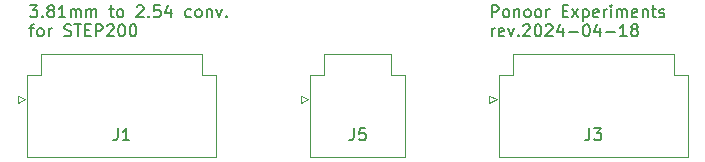
<source format=gbr>
%TF.GenerationSoftware,KiCad,Pcbnew,8.0.1*%
%TF.CreationDate,2024-04-18T14:43:12+09:00*%
%TF.ProjectId,STEP200-XA-motor-connector,53544550-3230-4302-9d58-412d6d6f746f,rev?*%
%TF.SameCoordinates,Original*%
%TF.FileFunction,Legend,Top*%
%TF.FilePolarity,Positive*%
%FSLAX46Y46*%
G04 Gerber Fmt 4.6, Leading zero omitted, Abs format (unit mm)*
G04 Created by KiCad (PCBNEW 8.0.1) date 2024-04-18 14:43:12*
%MOMM*%
%LPD*%
G01*
G04 APERTURE LIST*
%ADD10C,0.150000*%
%ADD11C,0.120000*%
G04 APERTURE END LIST*
D10*
X131336779Y-69039819D02*
X131336779Y-68039819D01*
X131336779Y-68039819D02*
X131717731Y-68039819D01*
X131717731Y-68039819D02*
X131812969Y-68087438D01*
X131812969Y-68087438D02*
X131860588Y-68135057D01*
X131860588Y-68135057D02*
X131908207Y-68230295D01*
X131908207Y-68230295D02*
X131908207Y-68373152D01*
X131908207Y-68373152D02*
X131860588Y-68468390D01*
X131860588Y-68468390D02*
X131812969Y-68516009D01*
X131812969Y-68516009D02*
X131717731Y-68563628D01*
X131717731Y-68563628D02*
X131336779Y-68563628D01*
X132479636Y-69039819D02*
X132384398Y-68992200D01*
X132384398Y-68992200D02*
X132336779Y-68944580D01*
X132336779Y-68944580D02*
X132289160Y-68849342D01*
X132289160Y-68849342D02*
X132289160Y-68563628D01*
X132289160Y-68563628D02*
X132336779Y-68468390D01*
X132336779Y-68468390D02*
X132384398Y-68420771D01*
X132384398Y-68420771D02*
X132479636Y-68373152D01*
X132479636Y-68373152D02*
X132622493Y-68373152D01*
X132622493Y-68373152D02*
X132717731Y-68420771D01*
X132717731Y-68420771D02*
X132765350Y-68468390D01*
X132765350Y-68468390D02*
X132812969Y-68563628D01*
X132812969Y-68563628D02*
X132812969Y-68849342D01*
X132812969Y-68849342D02*
X132765350Y-68944580D01*
X132765350Y-68944580D02*
X132717731Y-68992200D01*
X132717731Y-68992200D02*
X132622493Y-69039819D01*
X132622493Y-69039819D02*
X132479636Y-69039819D01*
X133241541Y-68373152D02*
X133241541Y-69039819D01*
X133241541Y-68468390D02*
X133289160Y-68420771D01*
X133289160Y-68420771D02*
X133384398Y-68373152D01*
X133384398Y-68373152D02*
X133527255Y-68373152D01*
X133527255Y-68373152D02*
X133622493Y-68420771D01*
X133622493Y-68420771D02*
X133670112Y-68516009D01*
X133670112Y-68516009D02*
X133670112Y-69039819D01*
X134289160Y-69039819D02*
X134193922Y-68992200D01*
X134193922Y-68992200D02*
X134146303Y-68944580D01*
X134146303Y-68944580D02*
X134098684Y-68849342D01*
X134098684Y-68849342D02*
X134098684Y-68563628D01*
X134098684Y-68563628D02*
X134146303Y-68468390D01*
X134146303Y-68468390D02*
X134193922Y-68420771D01*
X134193922Y-68420771D02*
X134289160Y-68373152D01*
X134289160Y-68373152D02*
X134432017Y-68373152D01*
X134432017Y-68373152D02*
X134527255Y-68420771D01*
X134527255Y-68420771D02*
X134574874Y-68468390D01*
X134574874Y-68468390D02*
X134622493Y-68563628D01*
X134622493Y-68563628D02*
X134622493Y-68849342D01*
X134622493Y-68849342D02*
X134574874Y-68944580D01*
X134574874Y-68944580D02*
X134527255Y-68992200D01*
X134527255Y-68992200D02*
X134432017Y-69039819D01*
X134432017Y-69039819D02*
X134289160Y-69039819D01*
X135193922Y-69039819D02*
X135098684Y-68992200D01*
X135098684Y-68992200D02*
X135051065Y-68944580D01*
X135051065Y-68944580D02*
X135003446Y-68849342D01*
X135003446Y-68849342D02*
X135003446Y-68563628D01*
X135003446Y-68563628D02*
X135051065Y-68468390D01*
X135051065Y-68468390D02*
X135098684Y-68420771D01*
X135098684Y-68420771D02*
X135193922Y-68373152D01*
X135193922Y-68373152D02*
X135336779Y-68373152D01*
X135336779Y-68373152D02*
X135432017Y-68420771D01*
X135432017Y-68420771D02*
X135479636Y-68468390D01*
X135479636Y-68468390D02*
X135527255Y-68563628D01*
X135527255Y-68563628D02*
X135527255Y-68849342D01*
X135527255Y-68849342D02*
X135479636Y-68944580D01*
X135479636Y-68944580D02*
X135432017Y-68992200D01*
X135432017Y-68992200D02*
X135336779Y-69039819D01*
X135336779Y-69039819D02*
X135193922Y-69039819D01*
X135955827Y-69039819D02*
X135955827Y-68373152D01*
X135955827Y-68563628D02*
X136003446Y-68468390D01*
X136003446Y-68468390D02*
X136051065Y-68420771D01*
X136051065Y-68420771D02*
X136146303Y-68373152D01*
X136146303Y-68373152D02*
X136241541Y-68373152D01*
X137336780Y-68516009D02*
X137670113Y-68516009D01*
X137812970Y-69039819D02*
X137336780Y-69039819D01*
X137336780Y-69039819D02*
X137336780Y-68039819D01*
X137336780Y-68039819D02*
X137812970Y-68039819D01*
X138146304Y-69039819D02*
X138670113Y-68373152D01*
X138146304Y-68373152D02*
X138670113Y-69039819D01*
X139051066Y-68373152D02*
X139051066Y-69373152D01*
X139051066Y-68420771D02*
X139146304Y-68373152D01*
X139146304Y-68373152D02*
X139336780Y-68373152D01*
X139336780Y-68373152D02*
X139432018Y-68420771D01*
X139432018Y-68420771D02*
X139479637Y-68468390D01*
X139479637Y-68468390D02*
X139527256Y-68563628D01*
X139527256Y-68563628D02*
X139527256Y-68849342D01*
X139527256Y-68849342D02*
X139479637Y-68944580D01*
X139479637Y-68944580D02*
X139432018Y-68992200D01*
X139432018Y-68992200D02*
X139336780Y-69039819D01*
X139336780Y-69039819D02*
X139146304Y-69039819D01*
X139146304Y-69039819D02*
X139051066Y-68992200D01*
X140336780Y-68992200D02*
X140241542Y-69039819D01*
X140241542Y-69039819D02*
X140051066Y-69039819D01*
X140051066Y-69039819D02*
X139955828Y-68992200D01*
X139955828Y-68992200D02*
X139908209Y-68896961D01*
X139908209Y-68896961D02*
X139908209Y-68516009D01*
X139908209Y-68516009D02*
X139955828Y-68420771D01*
X139955828Y-68420771D02*
X140051066Y-68373152D01*
X140051066Y-68373152D02*
X140241542Y-68373152D01*
X140241542Y-68373152D02*
X140336780Y-68420771D01*
X140336780Y-68420771D02*
X140384399Y-68516009D01*
X140384399Y-68516009D02*
X140384399Y-68611247D01*
X140384399Y-68611247D02*
X139908209Y-68706485D01*
X140812971Y-69039819D02*
X140812971Y-68373152D01*
X140812971Y-68563628D02*
X140860590Y-68468390D01*
X140860590Y-68468390D02*
X140908209Y-68420771D01*
X140908209Y-68420771D02*
X141003447Y-68373152D01*
X141003447Y-68373152D02*
X141098685Y-68373152D01*
X141432019Y-69039819D02*
X141432019Y-68373152D01*
X141432019Y-68039819D02*
X141384400Y-68087438D01*
X141384400Y-68087438D02*
X141432019Y-68135057D01*
X141432019Y-68135057D02*
X141479638Y-68087438D01*
X141479638Y-68087438D02*
X141432019Y-68039819D01*
X141432019Y-68039819D02*
X141432019Y-68135057D01*
X141908209Y-69039819D02*
X141908209Y-68373152D01*
X141908209Y-68468390D02*
X141955828Y-68420771D01*
X141955828Y-68420771D02*
X142051066Y-68373152D01*
X142051066Y-68373152D02*
X142193923Y-68373152D01*
X142193923Y-68373152D02*
X142289161Y-68420771D01*
X142289161Y-68420771D02*
X142336780Y-68516009D01*
X142336780Y-68516009D02*
X142336780Y-69039819D01*
X142336780Y-68516009D02*
X142384399Y-68420771D01*
X142384399Y-68420771D02*
X142479637Y-68373152D01*
X142479637Y-68373152D02*
X142622494Y-68373152D01*
X142622494Y-68373152D02*
X142717733Y-68420771D01*
X142717733Y-68420771D02*
X142765352Y-68516009D01*
X142765352Y-68516009D02*
X142765352Y-69039819D01*
X143622494Y-68992200D02*
X143527256Y-69039819D01*
X143527256Y-69039819D02*
X143336780Y-69039819D01*
X143336780Y-69039819D02*
X143241542Y-68992200D01*
X143241542Y-68992200D02*
X143193923Y-68896961D01*
X143193923Y-68896961D02*
X143193923Y-68516009D01*
X143193923Y-68516009D02*
X143241542Y-68420771D01*
X143241542Y-68420771D02*
X143336780Y-68373152D01*
X143336780Y-68373152D02*
X143527256Y-68373152D01*
X143527256Y-68373152D02*
X143622494Y-68420771D01*
X143622494Y-68420771D02*
X143670113Y-68516009D01*
X143670113Y-68516009D02*
X143670113Y-68611247D01*
X143670113Y-68611247D02*
X143193923Y-68706485D01*
X144098685Y-68373152D02*
X144098685Y-69039819D01*
X144098685Y-68468390D02*
X144146304Y-68420771D01*
X144146304Y-68420771D02*
X144241542Y-68373152D01*
X144241542Y-68373152D02*
X144384399Y-68373152D01*
X144384399Y-68373152D02*
X144479637Y-68420771D01*
X144479637Y-68420771D02*
X144527256Y-68516009D01*
X144527256Y-68516009D02*
X144527256Y-69039819D01*
X144860590Y-68373152D02*
X145241542Y-68373152D01*
X145003447Y-68039819D02*
X145003447Y-68896961D01*
X145003447Y-68896961D02*
X145051066Y-68992200D01*
X145051066Y-68992200D02*
X145146304Y-69039819D01*
X145146304Y-69039819D02*
X145241542Y-69039819D01*
X145527257Y-68992200D02*
X145622495Y-69039819D01*
X145622495Y-69039819D02*
X145812971Y-69039819D01*
X145812971Y-69039819D02*
X145908209Y-68992200D01*
X145908209Y-68992200D02*
X145955828Y-68896961D01*
X145955828Y-68896961D02*
X145955828Y-68849342D01*
X145955828Y-68849342D02*
X145908209Y-68754104D01*
X145908209Y-68754104D02*
X145812971Y-68706485D01*
X145812971Y-68706485D02*
X145670114Y-68706485D01*
X145670114Y-68706485D02*
X145574876Y-68658866D01*
X145574876Y-68658866D02*
X145527257Y-68563628D01*
X145527257Y-68563628D02*
X145527257Y-68516009D01*
X145527257Y-68516009D02*
X145574876Y-68420771D01*
X145574876Y-68420771D02*
X145670114Y-68373152D01*
X145670114Y-68373152D02*
X145812971Y-68373152D01*
X145812971Y-68373152D02*
X145908209Y-68420771D01*
X131336779Y-70649763D02*
X131336779Y-69983096D01*
X131336779Y-70173572D02*
X131384398Y-70078334D01*
X131384398Y-70078334D02*
X131432017Y-70030715D01*
X131432017Y-70030715D02*
X131527255Y-69983096D01*
X131527255Y-69983096D02*
X131622493Y-69983096D01*
X132336779Y-70602144D02*
X132241541Y-70649763D01*
X132241541Y-70649763D02*
X132051065Y-70649763D01*
X132051065Y-70649763D02*
X131955827Y-70602144D01*
X131955827Y-70602144D02*
X131908208Y-70506905D01*
X131908208Y-70506905D02*
X131908208Y-70125953D01*
X131908208Y-70125953D02*
X131955827Y-70030715D01*
X131955827Y-70030715D02*
X132051065Y-69983096D01*
X132051065Y-69983096D02*
X132241541Y-69983096D01*
X132241541Y-69983096D02*
X132336779Y-70030715D01*
X132336779Y-70030715D02*
X132384398Y-70125953D01*
X132384398Y-70125953D02*
X132384398Y-70221191D01*
X132384398Y-70221191D02*
X131908208Y-70316429D01*
X132717732Y-69983096D02*
X132955827Y-70649763D01*
X132955827Y-70649763D02*
X133193922Y-69983096D01*
X133574875Y-70554524D02*
X133622494Y-70602144D01*
X133622494Y-70602144D02*
X133574875Y-70649763D01*
X133574875Y-70649763D02*
X133527256Y-70602144D01*
X133527256Y-70602144D02*
X133574875Y-70554524D01*
X133574875Y-70554524D02*
X133574875Y-70649763D01*
X134003446Y-69745001D02*
X134051065Y-69697382D01*
X134051065Y-69697382D02*
X134146303Y-69649763D01*
X134146303Y-69649763D02*
X134384398Y-69649763D01*
X134384398Y-69649763D02*
X134479636Y-69697382D01*
X134479636Y-69697382D02*
X134527255Y-69745001D01*
X134527255Y-69745001D02*
X134574874Y-69840239D01*
X134574874Y-69840239D02*
X134574874Y-69935477D01*
X134574874Y-69935477D02*
X134527255Y-70078334D01*
X134527255Y-70078334D02*
X133955827Y-70649763D01*
X133955827Y-70649763D02*
X134574874Y-70649763D01*
X135193922Y-69649763D02*
X135289160Y-69649763D01*
X135289160Y-69649763D02*
X135384398Y-69697382D01*
X135384398Y-69697382D02*
X135432017Y-69745001D01*
X135432017Y-69745001D02*
X135479636Y-69840239D01*
X135479636Y-69840239D02*
X135527255Y-70030715D01*
X135527255Y-70030715D02*
X135527255Y-70268810D01*
X135527255Y-70268810D02*
X135479636Y-70459286D01*
X135479636Y-70459286D02*
X135432017Y-70554524D01*
X135432017Y-70554524D02*
X135384398Y-70602144D01*
X135384398Y-70602144D02*
X135289160Y-70649763D01*
X135289160Y-70649763D02*
X135193922Y-70649763D01*
X135193922Y-70649763D02*
X135098684Y-70602144D01*
X135098684Y-70602144D02*
X135051065Y-70554524D01*
X135051065Y-70554524D02*
X135003446Y-70459286D01*
X135003446Y-70459286D02*
X134955827Y-70268810D01*
X134955827Y-70268810D02*
X134955827Y-70030715D01*
X134955827Y-70030715D02*
X135003446Y-69840239D01*
X135003446Y-69840239D02*
X135051065Y-69745001D01*
X135051065Y-69745001D02*
X135098684Y-69697382D01*
X135098684Y-69697382D02*
X135193922Y-69649763D01*
X135908208Y-69745001D02*
X135955827Y-69697382D01*
X135955827Y-69697382D02*
X136051065Y-69649763D01*
X136051065Y-69649763D02*
X136289160Y-69649763D01*
X136289160Y-69649763D02*
X136384398Y-69697382D01*
X136384398Y-69697382D02*
X136432017Y-69745001D01*
X136432017Y-69745001D02*
X136479636Y-69840239D01*
X136479636Y-69840239D02*
X136479636Y-69935477D01*
X136479636Y-69935477D02*
X136432017Y-70078334D01*
X136432017Y-70078334D02*
X135860589Y-70649763D01*
X135860589Y-70649763D02*
X136479636Y-70649763D01*
X137336779Y-69983096D02*
X137336779Y-70649763D01*
X137098684Y-69602144D02*
X136860589Y-70316429D01*
X136860589Y-70316429D02*
X137479636Y-70316429D01*
X137860589Y-70268810D02*
X138622494Y-70268810D01*
X139289160Y-69649763D02*
X139384398Y-69649763D01*
X139384398Y-69649763D02*
X139479636Y-69697382D01*
X139479636Y-69697382D02*
X139527255Y-69745001D01*
X139527255Y-69745001D02*
X139574874Y-69840239D01*
X139574874Y-69840239D02*
X139622493Y-70030715D01*
X139622493Y-70030715D02*
X139622493Y-70268810D01*
X139622493Y-70268810D02*
X139574874Y-70459286D01*
X139574874Y-70459286D02*
X139527255Y-70554524D01*
X139527255Y-70554524D02*
X139479636Y-70602144D01*
X139479636Y-70602144D02*
X139384398Y-70649763D01*
X139384398Y-70649763D02*
X139289160Y-70649763D01*
X139289160Y-70649763D02*
X139193922Y-70602144D01*
X139193922Y-70602144D02*
X139146303Y-70554524D01*
X139146303Y-70554524D02*
X139098684Y-70459286D01*
X139098684Y-70459286D02*
X139051065Y-70268810D01*
X139051065Y-70268810D02*
X139051065Y-70030715D01*
X139051065Y-70030715D02*
X139098684Y-69840239D01*
X139098684Y-69840239D02*
X139146303Y-69745001D01*
X139146303Y-69745001D02*
X139193922Y-69697382D01*
X139193922Y-69697382D02*
X139289160Y-69649763D01*
X140479636Y-69983096D02*
X140479636Y-70649763D01*
X140241541Y-69602144D02*
X140003446Y-70316429D01*
X140003446Y-70316429D02*
X140622493Y-70316429D01*
X141003446Y-70268810D02*
X141765351Y-70268810D01*
X142765350Y-70649763D02*
X142193922Y-70649763D01*
X142479636Y-70649763D02*
X142479636Y-69649763D01*
X142479636Y-69649763D02*
X142384398Y-69792620D01*
X142384398Y-69792620D02*
X142289160Y-69887858D01*
X142289160Y-69887858D02*
X142193922Y-69935477D01*
X143336779Y-70078334D02*
X143241541Y-70030715D01*
X143241541Y-70030715D02*
X143193922Y-69983096D01*
X143193922Y-69983096D02*
X143146303Y-69887858D01*
X143146303Y-69887858D02*
X143146303Y-69840239D01*
X143146303Y-69840239D02*
X143193922Y-69745001D01*
X143193922Y-69745001D02*
X143241541Y-69697382D01*
X143241541Y-69697382D02*
X143336779Y-69649763D01*
X143336779Y-69649763D02*
X143527255Y-69649763D01*
X143527255Y-69649763D02*
X143622493Y-69697382D01*
X143622493Y-69697382D02*
X143670112Y-69745001D01*
X143670112Y-69745001D02*
X143717731Y-69840239D01*
X143717731Y-69840239D02*
X143717731Y-69887858D01*
X143717731Y-69887858D02*
X143670112Y-69983096D01*
X143670112Y-69983096D02*
X143622493Y-70030715D01*
X143622493Y-70030715D02*
X143527255Y-70078334D01*
X143527255Y-70078334D02*
X143336779Y-70078334D01*
X143336779Y-70078334D02*
X143241541Y-70125953D01*
X143241541Y-70125953D02*
X143193922Y-70173572D01*
X143193922Y-70173572D02*
X143146303Y-70268810D01*
X143146303Y-70268810D02*
X143146303Y-70459286D01*
X143146303Y-70459286D02*
X143193922Y-70554524D01*
X143193922Y-70554524D02*
X143241541Y-70602144D01*
X143241541Y-70602144D02*
X143336779Y-70649763D01*
X143336779Y-70649763D02*
X143527255Y-70649763D01*
X143527255Y-70649763D02*
X143622493Y-70602144D01*
X143622493Y-70602144D02*
X143670112Y-70554524D01*
X143670112Y-70554524D02*
X143717731Y-70459286D01*
X143717731Y-70459286D02*
X143717731Y-70268810D01*
X143717731Y-70268810D02*
X143670112Y-70173572D01*
X143670112Y-70173572D02*
X143622493Y-70125953D01*
X143622493Y-70125953D02*
X143527255Y-70078334D01*
X92241541Y-68039819D02*
X92860588Y-68039819D01*
X92860588Y-68039819D02*
X92527255Y-68420771D01*
X92527255Y-68420771D02*
X92670112Y-68420771D01*
X92670112Y-68420771D02*
X92765350Y-68468390D01*
X92765350Y-68468390D02*
X92812969Y-68516009D01*
X92812969Y-68516009D02*
X92860588Y-68611247D01*
X92860588Y-68611247D02*
X92860588Y-68849342D01*
X92860588Y-68849342D02*
X92812969Y-68944580D01*
X92812969Y-68944580D02*
X92765350Y-68992200D01*
X92765350Y-68992200D02*
X92670112Y-69039819D01*
X92670112Y-69039819D02*
X92384398Y-69039819D01*
X92384398Y-69039819D02*
X92289160Y-68992200D01*
X92289160Y-68992200D02*
X92241541Y-68944580D01*
X93289160Y-68944580D02*
X93336779Y-68992200D01*
X93336779Y-68992200D02*
X93289160Y-69039819D01*
X93289160Y-69039819D02*
X93241541Y-68992200D01*
X93241541Y-68992200D02*
X93289160Y-68944580D01*
X93289160Y-68944580D02*
X93289160Y-69039819D01*
X93908207Y-68468390D02*
X93812969Y-68420771D01*
X93812969Y-68420771D02*
X93765350Y-68373152D01*
X93765350Y-68373152D02*
X93717731Y-68277914D01*
X93717731Y-68277914D02*
X93717731Y-68230295D01*
X93717731Y-68230295D02*
X93765350Y-68135057D01*
X93765350Y-68135057D02*
X93812969Y-68087438D01*
X93812969Y-68087438D02*
X93908207Y-68039819D01*
X93908207Y-68039819D02*
X94098683Y-68039819D01*
X94098683Y-68039819D02*
X94193921Y-68087438D01*
X94193921Y-68087438D02*
X94241540Y-68135057D01*
X94241540Y-68135057D02*
X94289159Y-68230295D01*
X94289159Y-68230295D02*
X94289159Y-68277914D01*
X94289159Y-68277914D02*
X94241540Y-68373152D01*
X94241540Y-68373152D02*
X94193921Y-68420771D01*
X94193921Y-68420771D02*
X94098683Y-68468390D01*
X94098683Y-68468390D02*
X93908207Y-68468390D01*
X93908207Y-68468390D02*
X93812969Y-68516009D01*
X93812969Y-68516009D02*
X93765350Y-68563628D01*
X93765350Y-68563628D02*
X93717731Y-68658866D01*
X93717731Y-68658866D02*
X93717731Y-68849342D01*
X93717731Y-68849342D02*
X93765350Y-68944580D01*
X93765350Y-68944580D02*
X93812969Y-68992200D01*
X93812969Y-68992200D02*
X93908207Y-69039819D01*
X93908207Y-69039819D02*
X94098683Y-69039819D01*
X94098683Y-69039819D02*
X94193921Y-68992200D01*
X94193921Y-68992200D02*
X94241540Y-68944580D01*
X94241540Y-68944580D02*
X94289159Y-68849342D01*
X94289159Y-68849342D02*
X94289159Y-68658866D01*
X94289159Y-68658866D02*
X94241540Y-68563628D01*
X94241540Y-68563628D02*
X94193921Y-68516009D01*
X94193921Y-68516009D02*
X94098683Y-68468390D01*
X95241540Y-69039819D02*
X94670112Y-69039819D01*
X94955826Y-69039819D02*
X94955826Y-68039819D01*
X94955826Y-68039819D02*
X94860588Y-68182676D01*
X94860588Y-68182676D02*
X94765350Y-68277914D01*
X94765350Y-68277914D02*
X94670112Y-68325533D01*
X95670112Y-69039819D02*
X95670112Y-68373152D01*
X95670112Y-68468390D02*
X95717731Y-68420771D01*
X95717731Y-68420771D02*
X95812969Y-68373152D01*
X95812969Y-68373152D02*
X95955826Y-68373152D01*
X95955826Y-68373152D02*
X96051064Y-68420771D01*
X96051064Y-68420771D02*
X96098683Y-68516009D01*
X96098683Y-68516009D02*
X96098683Y-69039819D01*
X96098683Y-68516009D02*
X96146302Y-68420771D01*
X96146302Y-68420771D02*
X96241540Y-68373152D01*
X96241540Y-68373152D02*
X96384397Y-68373152D01*
X96384397Y-68373152D02*
X96479636Y-68420771D01*
X96479636Y-68420771D02*
X96527255Y-68516009D01*
X96527255Y-68516009D02*
X96527255Y-69039819D01*
X97003445Y-69039819D02*
X97003445Y-68373152D01*
X97003445Y-68468390D02*
X97051064Y-68420771D01*
X97051064Y-68420771D02*
X97146302Y-68373152D01*
X97146302Y-68373152D02*
X97289159Y-68373152D01*
X97289159Y-68373152D02*
X97384397Y-68420771D01*
X97384397Y-68420771D02*
X97432016Y-68516009D01*
X97432016Y-68516009D02*
X97432016Y-69039819D01*
X97432016Y-68516009D02*
X97479635Y-68420771D01*
X97479635Y-68420771D02*
X97574873Y-68373152D01*
X97574873Y-68373152D02*
X97717730Y-68373152D01*
X97717730Y-68373152D02*
X97812969Y-68420771D01*
X97812969Y-68420771D02*
X97860588Y-68516009D01*
X97860588Y-68516009D02*
X97860588Y-69039819D01*
X98955826Y-68373152D02*
X99336778Y-68373152D01*
X99098683Y-68039819D02*
X99098683Y-68896961D01*
X99098683Y-68896961D02*
X99146302Y-68992200D01*
X99146302Y-68992200D02*
X99241540Y-69039819D01*
X99241540Y-69039819D02*
X99336778Y-69039819D01*
X99812969Y-69039819D02*
X99717731Y-68992200D01*
X99717731Y-68992200D02*
X99670112Y-68944580D01*
X99670112Y-68944580D02*
X99622493Y-68849342D01*
X99622493Y-68849342D02*
X99622493Y-68563628D01*
X99622493Y-68563628D02*
X99670112Y-68468390D01*
X99670112Y-68468390D02*
X99717731Y-68420771D01*
X99717731Y-68420771D02*
X99812969Y-68373152D01*
X99812969Y-68373152D02*
X99955826Y-68373152D01*
X99955826Y-68373152D02*
X100051064Y-68420771D01*
X100051064Y-68420771D02*
X100098683Y-68468390D01*
X100098683Y-68468390D02*
X100146302Y-68563628D01*
X100146302Y-68563628D02*
X100146302Y-68849342D01*
X100146302Y-68849342D02*
X100098683Y-68944580D01*
X100098683Y-68944580D02*
X100051064Y-68992200D01*
X100051064Y-68992200D02*
X99955826Y-69039819D01*
X99955826Y-69039819D02*
X99812969Y-69039819D01*
X101289160Y-68135057D02*
X101336779Y-68087438D01*
X101336779Y-68087438D02*
X101432017Y-68039819D01*
X101432017Y-68039819D02*
X101670112Y-68039819D01*
X101670112Y-68039819D02*
X101765350Y-68087438D01*
X101765350Y-68087438D02*
X101812969Y-68135057D01*
X101812969Y-68135057D02*
X101860588Y-68230295D01*
X101860588Y-68230295D02*
X101860588Y-68325533D01*
X101860588Y-68325533D02*
X101812969Y-68468390D01*
X101812969Y-68468390D02*
X101241541Y-69039819D01*
X101241541Y-69039819D02*
X101860588Y-69039819D01*
X102289160Y-68944580D02*
X102336779Y-68992200D01*
X102336779Y-68992200D02*
X102289160Y-69039819D01*
X102289160Y-69039819D02*
X102241541Y-68992200D01*
X102241541Y-68992200D02*
X102289160Y-68944580D01*
X102289160Y-68944580D02*
X102289160Y-69039819D01*
X103241540Y-68039819D02*
X102765350Y-68039819D01*
X102765350Y-68039819D02*
X102717731Y-68516009D01*
X102717731Y-68516009D02*
X102765350Y-68468390D01*
X102765350Y-68468390D02*
X102860588Y-68420771D01*
X102860588Y-68420771D02*
X103098683Y-68420771D01*
X103098683Y-68420771D02*
X103193921Y-68468390D01*
X103193921Y-68468390D02*
X103241540Y-68516009D01*
X103241540Y-68516009D02*
X103289159Y-68611247D01*
X103289159Y-68611247D02*
X103289159Y-68849342D01*
X103289159Y-68849342D02*
X103241540Y-68944580D01*
X103241540Y-68944580D02*
X103193921Y-68992200D01*
X103193921Y-68992200D02*
X103098683Y-69039819D01*
X103098683Y-69039819D02*
X102860588Y-69039819D01*
X102860588Y-69039819D02*
X102765350Y-68992200D01*
X102765350Y-68992200D02*
X102717731Y-68944580D01*
X104146302Y-68373152D02*
X104146302Y-69039819D01*
X103908207Y-67992200D02*
X103670112Y-68706485D01*
X103670112Y-68706485D02*
X104289159Y-68706485D01*
X105860588Y-68992200D02*
X105765350Y-69039819D01*
X105765350Y-69039819D02*
X105574874Y-69039819D01*
X105574874Y-69039819D02*
X105479636Y-68992200D01*
X105479636Y-68992200D02*
X105432017Y-68944580D01*
X105432017Y-68944580D02*
X105384398Y-68849342D01*
X105384398Y-68849342D02*
X105384398Y-68563628D01*
X105384398Y-68563628D02*
X105432017Y-68468390D01*
X105432017Y-68468390D02*
X105479636Y-68420771D01*
X105479636Y-68420771D02*
X105574874Y-68373152D01*
X105574874Y-68373152D02*
X105765350Y-68373152D01*
X105765350Y-68373152D02*
X105860588Y-68420771D01*
X106432017Y-69039819D02*
X106336779Y-68992200D01*
X106336779Y-68992200D02*
X106289160Y-68944580D01*
X106289160Y-68944580D02*
X106241541Y-68849342D01*
X106241541Y-68849342D02*
X106241541Y-68563628D01*
X106241541Y-68563628D02*
X106289160Y-68468390D01*
X106289160Y-68468390D02*
X106336779Y-68420771D01*
X106336779Y-68420771D02*
X106432017Y-68373152D01*
X106432017Y-68373152D02*
X106574874Y-68373152D01*
X106574874Y-68373152D02*
X106670112Y-68420771D01*
X106670112Y-68420771D02*
X106717731Y-68468390D01*
X106717731Y-68468390D02*
X106765350Y-68563628D01*
X106765350Y-68563628D02*
X106765350Y-68849342D01*
X106765350Y-68849342D02*
X106717731Y-68944580D01*
X106717731Y-68944580D02*
X106670112Y-68992200D01*
X106670112Y-68992200D02*
X106574874Y-69039819D01*
X106574874Y-69039819D02*
X106432017Y-69039819D01*
X107193922Y-68373152D02*
X107193922Y-69039819D01*
X107193922Y-68468390D02*
X107241541Y-68420771D01*
X107241541Y-68420771D02*
X107336779Y-68373152D01*
X107336779Y-68373152D02*
X107479636Y-68373152D01*
X107479636Y-68373152D02*
X107574874Y-68420771D01*
X107574874Y-68420771D02*
X107622493Y-68516009D01*
X107622493Y-68516009D02*
X107622493Y-69039819D01*
X108003446Y-68373152D02*
X108241541Y-69039819D01*
X108241541Y-69039819D02*
X108479636Y-68373152D01*
X108860589Y-68944580D02*
X108908208Y-68992200D01*
X108908208Y-68992200D02*
X108860589Y-69039819D01*
X108860589Y-69039819D02*
X108812970Y-68992200D01*
X108812970Y-68992200D02*
X108860589Y-68944580D01*
X108860589Y-68944580D02*
X108860589Y-69039819D01*
X92193922Y-69983096D02*
X92574874Y-69983096D01*
X92336779Y-70649763D02*
X92336779Y-69792620D01*
X92336779Y-69792620D02*
X92384398Y-69697382D01*
X92384398Y-69697382D02*
X92479636Y-69649763D01*
X92479636Y-69649763D02*
X92574874Y-69649763D01*
X93051065Y-70649763D02*
X92955827Y-70602144D01*
X92955827Y-70602144D02*
X92908208Y-70554524D01*
X92908208Y-70554524D02*
X92860589Y-70459286D01*
X92860589Y-70459286D02*
X92860589Y-70173572D01*
X92860589Y-70173572D02*
X92908208Y-70078334D01*
X92908208Y-70078334D02*
X92955827Y-70030715D01*
X92955827Y-70030715D02*
X93051065Y-69983096D01*
X93051065Y-69983096D02*
X93193922Y-69983096D01*
X93193922Y-69983096D02*
X93289160Y-70030715D01*
X93289160Y-70030715D02*
X93336779Y-70078334D01*
X93336779Y-70078334D02*
X93384398Y-70173572D01*
X93384398Y-70173572D02*
X93384398Y-70459286D01*
X93384398Y-70459286D02*
X93336779Y-70554524D01*
X93336779Y-70554524D02*
X93289160Y-70602144D01*
X93289160Y-70602144D02*
X93193922Y-70649763D01*
X93193922Y-70649763D02*
X93051065Y-70649763D01*
X93812970Y-70649763D02*
X93812970Y-69983096D01*
X93812970Y-70173572D02*
X93860589Y-70078334D01*
X93860589Y-70078334D02*
X93908208Y-70030715D01*
X93908208Y-70030715D02*
X94003446Y-69983096D01*
X94003446Y-69983096D02*
X94098684Y-69983096D01*
X95146304Y-70602144D02*
X95289161Y-70649763D01*
X95289161Y-70649763D02*
X95527256Y-70649763D01*
X95527256Y-70649763D02*
X95622494Y-70602144D01*
X95622494Y-70602144D02*
X95670113Y-70554524D01*
X95670113Y-70554524D02*
X95717732Y-70459286D01*
X95717732Y-70459286D02*
X95717732Y-70364048D01*
X95717732Y-70364048D02*
X95670113Y-70268810D01*
X95670113Y-70268810D02*
X95622494Y-70221191D01*
X95622494Y-70221191D02*
X95527256Y-70173572D01*
X95527256Y-70173572D02*
X95336780Y-70125953D01*
X95336780Y-70125953D02*
X95241542Y-70078334D01*
X95241542Y-70078334D02*
X95193923Y-70030715D01*
X95193923Y-70030715D02*
X95146304Y-69935477D01*
X95146304Y-69935477D02*
X95146304Y-69840239D01*
X95146304Y-69840239D02*
X95193923Y-69745001D01*
X95193923Y-69745001D02*
X95241542Y-69697382D01*
X95241542Y-69697382D02*
X95336780Y-69649763D01*
X95336780Y-69649763D02*
X95574875Y-69649763D01*
X95574875Y-69649763D02*
X95717732Y-69697382D01*
X96003447Y-69649763D02*
X96574875Y-69649763D01*
X96289161Y-70649763D02*
X96289161Y-69649763D01*
X96908209Y-70125953D02*
X97241542Y-70125953D01*
X97384399Y-70649763D02*
X96908209Y-70649763D01*
X96908209Y-70649763D02*
X96908209Y-69649763D01*
X96908209Y-69649763D02*
X97384399Y-69649763D01*
X97812971Y-70649763D02*
X97812971Y-69649763D01*
X97812971Y-69649763D02*
X98193923Y-69649763D01*
X98193923Y-69649763D02*
X98289161Y-69697382D01*
X98289161Y-69697382D02*
X98336780Y-69745001D01*
X98336780Y-69745001D02*
X98384399Y-69840239D01*
X98384399Y-69840239D02*
X98384399Y-69983096D01*
X98384399Y-69983096D02*
X98336780Y-70078334D01*
X98336780Y-70078334D02*
X98289161Y-70125953D01*
X98289161Y-70125953D02*
X98193923Y-70173572D01*
X98193923Y-70173572D02*
X97812971Y-70173572D01*
X98765352Y-69745001D02*
X98812971Y-69697382D01*
X98812971Y-69697382D02*
X98908209Y-69649763D01*
X98908209Y-69649763D02*
X99146304Y-69649763D01*
X99146304Y-69649763D02*
X99241542Y-69697382D01*
X99241542Y-69697382D02*
X99289161Y-69745001D01*
X99289161Y-69745001D02*
X99336780Y-69840239D01*
X99336780Y-69840239D02*
X99336780Y-69935477D01*
X99336780Y-69935477D02*
X99289161Y-70078334D01*
X99289161Y-70078334D02*
X98717733Y-70649763D01*
X98717733Y-70649763D02*
X99336780Y-70649763D01*
X99955828Y-69649763D02*
X100051066Y-69649763D01*
X100051066Y-69649763D02*
X100146304Y-69697382D01*
X100146304Y-69697382D02*
X100193923Y-69745001D01*
X100193923Y-69745001D02*
X100241542Y-69840239D01*
X100241542Y-69840239D02*
X100289161Y-70030715D01*
X100289161Y-70030715D02*
X100289161Y-70268810D01*
X100289161Y-70268810D02*
X100241542Y-70459286D01*
X100241542Y-70459286D02*
X100193923Y-70554524D01*
X100193923Y-70554524D02*
X100146304Y-70602144D01*
X100146304Y-70602144D02*
X100051066Y-70649763D01*
X100051066Y-70649763D02*
X99955828Y-70649763D01*
X99955828Y-70649763D02*
X99860590Y-70602144D01*
X99860590Y-70602144D02*
X99812971Y-70554524D01*
X99812971Y-70554524D02*
X99765352Y-70459286D01*
X99765352Y-70459286D02*
X99717733Y-70268810D01*
X99717733Y-70268810D02*
X99717733Y-70030715D01*
X99717733Y-70030715D02*
X99765352Y-69840239D01*
X99765352Y-69840239D02*
X99812971Y-69745001D01*
X99812971Y-69745001D02*
X99860590Y-69697382D01*
X99860590Y-69697382D02*
X99955828Y-69649763D01*
X100908209Y-69649763D02*
X101003447Y-69649763D01*
X101003447Y-69649763D02*
X101098685Y-69697382D01*
X101098685Y-69697382D02*
X101146304Y-69745001D01*
X101146304Y-69745001D02*
X101193923Y-69840239D01*
X101193923Y-69840239D02*
X101241542Y-70030715D01*
X101241542Y-70030715D02*
X101241542Y-70268810D01*
X101241542Y-70268810D02*
X101193923Y-70459286D01*
X101193923Y-70459286D02*
X101146304Y-70554524D01*
X101146304Y-70554524D02*
X101098685Y-70602144D01*
X101098685Y-70602144D02*
X101003447Y-70649763D01*
X101003447Y-70649763D02*
X100908209Y-70649763D01*
X100908209Y-70649763D02*
X100812971Y-70602144D01*
X100812971Y-70602144D02*
X100765352Y-70554524D01*
X100765352Y-70554524D02*
X100717733Y-70459286D01*
X100717733Y-70459286D02*
X100670114Y-70268810D01*
X100670114Y-70268810D02*
X100670114Y-70030715D01*
X100670114Y-70030715D02*
X100717733Y-69840239D01*
X100717733Y-69840239D02*
X100765352Y-69745001D01*
X100765352Y-69745001D02*
X100812971Y-69697382D01*
X100812971Y-69697382D02*
X100908209Y-69649763D01*
X119666666Y-78454819D02*
X119666666Y-79169104D01*
X119666666Y-79169104D02*
X119619047Y-79311961D01*
X119619047Y-79311961D02*
X119523809Y-79407200D01*
X119523809Y-79407200D02*
X119380952Y-79454819D01*
X119380952Y-79454819D02*
X119285714Y-79454819D01*
X120619047Y-78454819D02*
X120142857Y-78454819D01*
X120142857Y-78454819D02*
X120095238Y-78931009D01*
X120095238Y-78931009D02*
X120142857Y-78883390D01*
X120142857Y-78883390D02*
X120238095Y-78835771D01*
X120238095Y-78835771D02*
X120476190Y-78835771D01*
X120476190Y-78835771D02*
X120571428Y-78883390D01*
X120571428Y-78883390D02*
X120619047Y-78931009D01*
X120619047Y-78931009D02*
X120666666Y-79026247D01*
X120666666Y-79026247D02*
X120666666Y-79264342D01*
X120666666Y-79264342D02*
X120619047Y-79359580D01*
X120619047Y-79359580D02*
X120571428Y-79407200D01*
X120571428Y-79407200D02*
X120476190Y-79454819D01*
X120476190Y-79454819D02*
X120238095Y-79454819D01*
X120238095Y-79454819D02*
X120142857Y-79407200D01*
X120142857Y-79407200D02*
X120095238Y-79359580D01*
X139606666Y-78454819D02*
X139606666Y-79169104D01*
X139606666Y-79169104D02*
X139559047Y-79311961D01*
X139559047Y-79311961D02*
X139463809Y-79407200D01*
X139463809Y-79407200D02*
X139320952Y-79454819D01*
X139320952Y-79454819D02*
X139225714Y-79454819D01*
X139987619Y-78454819D02*
X140606666Y-78454819D01*
X140606666Y-78454819D02*
X140273333Y-78835771D01*
X140273333Y-78835771D02*
X140416190Y-78835771D01*
X140416190Y-78835771D02*
X140511428Y-78883390D01*
X140511428Y-78883390D02*
X140559047Y-78931009D01*
X140559047Y-78931009D02*
X140606666Y-79026247D01*
X140606666Y-79026247D02*
X140606666Y-79264342D01*
X140606666Y-79264342D02*
X140559047Y-79359580D01*
X140559047Y-79359580D02*
X140511428Y-79407200D01*
X140511428Y-79407200D02*
X140416190Y-79454819D01*
X140416190Y-79454819D02*
X140130476Y-79454819D01*
X140130476Y-79454819D02*
X140035238Y-79407200D01*
X140035238Y-79407200D02*
X139987619Y-79359580D01*
X99646666Y-78454819D02*
X99646666Y-79169104D01*
X99646666Y-79169104D02*
X99599047Y-79311961D01*
X99599047Y-79311961D02*
X99503809Y-79407200D01*
X99503809Y-79407200D02*
X99360952Y-79454819D01*
X99360952Y-79454819D02*
X99265714Y-79454819D01*
X100646666Y-79454819D02*
X100075238Y-79454819D01*
X100360952Y-79454819D02*
X100360952Y-78454819D01*
X100360952Y-78454819D02*
X100265714Y-78597676D01*
X100265714Y-78597676D02*
X100170476Y-78692914D01*
X100170476Y-78692914D02*
X100075238Y-78740533D01*
D11*
%TO.C,J5*%
X115140000Y-75700000D02*
X115740000Y-76000000D01*
X115140000Y-76300000D02*
X115140000Y-75700000D01*
X115740000Y-76000000D02*
X115140000Y-76300000D01*
X115940000Y-73890000D02*
X117140000Y-73890000D01*
X115940000Y-80910000D02*
X115940000Y-73890000D01*
X117140000Y-72190000D02*
X122820000Y-72190000D01*
X117140000Y-73890000D02*
X117140000Y-72190000D01*
X122820000Y-72190000D02*
X122820000Y-73890000D01*
X122820000Y-73890000D02*
X124020000Y-73890000D01*
X124020000Y-73890000D02*
X124020000Y-80910000D01*
X124020000Y-80910000D02*
X115940000Y-80910000D01*
%TO.C,J3*%
X131140000Y-75700000D02*
X131740000Y-76000000D01*
X131140000Y-76300000D02*
X131140000Y-75700000D01*
X131740000Y-76000000D02*
X131140000Y-76300000D01*
X131940000Y-73890000D02*
X133140000Y-73890000D01*
X131940000Y-80910000D02*
X131940000Y-73890000D01*
X133140000Y-72190000D02*
X146740000Y-72190000D01*
X133140000Y-73890000D02*
X133140000Y-72190000D01*
X146740000Y-72190000D02*
X146740000Y-73890000D01*
X146740000Y-73890000D02*
X147940000Y-73890000D01*
X147940000Y-73890000D02*
X147940000Y-80910000D01*
X147940000Y-80910000D02*
X131940000Y-80910000D01*
%TO.C,J1*%
X91180000Y-75700000D02*
X91780000Y-76000000D01*
X91180000Y-76300000D02*
X91180000Y-75700000D01*
X91780000Y-76000000D02*
X91180000Y-76300000D01*
X91980000Y-73890000D02*
X93180000Y-73890000D01*
X91980000Y-80910000D02*
X91980000Y-73890000D01*
X93180000Y-72190000D02*
X106780000Y-72190000D01*
X93180000Y-73890000D02*
X93180000Y-72190000D01*
X106780000Y-72190000D02*
X106780000Y-73890000D01*
X106780000Y-73890000D02*
X107980000Y-73890000D01*
X107980000Y-73890000D02*
X107980000Y-80910000D01*
X107980000Y-80910000D02*
X91980000Y-80910000D01*
%TD*%
M02*

</source>
